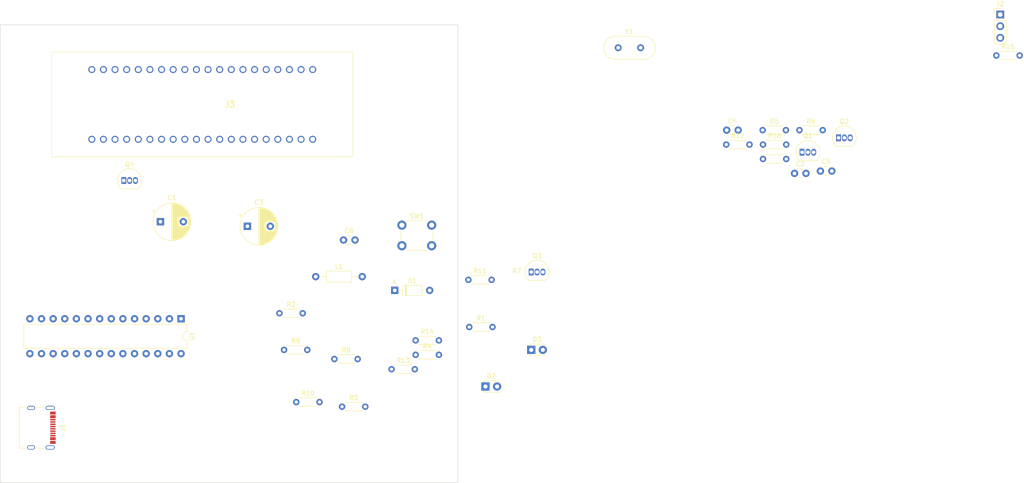
<source format=kicad_pcb>
(kicad_pcb (version 20211014) (generator pcbnew)
  (layers (0 "F.Cu" signal) (31 "B.Cu" signal) (34 "B.Paste" user) (35 "F.Paste" user) (36 "B.SilkS" user "B.Silkscreen") (37 "F.SilkS" user "F.Silkscreen") (38 "B.Mask" user) (39 "F.Mask" user) (44 "Edge.Cuts" user))
  (net 0 "")
  (net 1 "/D12_O")
  (net 2 "GND")
  (net 3 "VCC")
  (net 4 "Net-(C4-Pad2)")
  (net 5 "Net-(C5-Pad2)")
  (net 6 "Net-(C6-Pad2)")
  (net 7 "Net-(D1-Pad2)")
  (net 8 "Net-(D2-Pad2)")
  (net 9 "Net-(D3-Pad2)")
  (net 11 "/D+")
  (net 12 "/D-")
  (net 16 "/8{slash}18")
  (net 17 "MCLR")
  (net 18 "/28{slash}40")
  (net 30 "/D4")
  (net 31 "/D5")
  (net 37 "Net-(Q1-Pad2)")
  (net 38 "Net-(Q2-Pad2)")
  (net 39 "Net-(Q2-Pad3)")
  (net 40 "Net-(Q3-Pad2)")
  (net 41 "Net-(Q3-Pad3)")
  (net 42 "Net-(Q4-Pad2)")
  (net 43 "/D7")
  (net 44 "/D12")
  (net 45 "/D23")
  (net 46 "/D2")
  (net 47 "Net-(R9-Pad2)")
  (net 48 "Net-(R10-Pad2)")
  (net 49 "Net-(R11-Pad2)")
  (net 50 "Net-(R12-Pad2)")
  (net 51 "Net-(R13-Pad1)")
  (net 52 "Net-(R14-Pad1)")
  (net 53 "Net-(R15-Pad1)")
  (net 54 "Net-(R16-Pad1)")
  (footprint "ZIF Scoket:2401288000602J" (layer "F.Cu") (at 81 49)
    (fp_text reference "J3" (at 30.18 -7.62) (layer "F.SilkS") (effects (font (size 1.27 1.27) (thickness 0.254))))
    (fp_text value "ZIF" hide)
    (pad "1" thru_hole circle locked (at 0 0) (size 1.53 1.53) (drill 1.02) (layers *.Cu *.Mask) (net 18 "/28{slash}40"))
    (pad "2" thru_hole circle locked (at 0 -15.24) (size 1.53 1.53) (drill 1.02) (layers *.Cu *.Mask))
    (pad "3" thru_hole circle locked (at 2.54 0) (size 1.53 1.53) (drill 1.02) (layers *.Cu *.Mask))
    (pad "4" thru_hole circle locked (at 2.54 -15.24) (size 1.53 1.53) (drill 1.02) (layers *.Cu *.Mask))
    (pad "5" thru_hole circle locked (at 5.08 0) (size 1.53 1.53) (drill 1.02) (layers *.Cu *.Mask))
    (pad "6" thru_hole circle locked (at 5.08 -15.24) (size 1.53 1.53) (drill 1.02) (layers *.Cu *.Mask))
    (pad "7" thru_hole circle locked (at 7.62 0) (size 1.53 1.53) (drill 1.02) (layers *.Cu *.Mask))
    (pad "8" thru_hole circle locked (at 7.62 -15.24) (size 1.53 1.53) (drill 1.02) (layers *.Cu *.Mask) (net 2 "GND"))
    (pad "9" thru_hole circle locked (at 10.16 0) (size 1.53 1.53) (drill 1.02) (layers *.Cu *.Mask) (net 2 "GND"))
    (pad "10" thru_hole circle locked (at 10.16 -15.24) (size 1.53 1.53) (drill 1.02) (layers *.Cu *.Mask))
    (pad "11" thru_hole circle locked (at 12.7 0) (size 1.53 1.53) (drill 1.02) (layers *.Cu *.Mask) (net 3 "VCC"))
    (pad "12" thru_hole circle locked (at 12.7 -15.24) (size 1.53 1.53) (drill 1.02) (layers *.Cu *.Mask))
    (pad "13" thru_hole circle locked (at 15.24 0) (size 1.53 1.53) (drill 1.02) (layers *.Cu *.Mask))
    (pad "14" thru_hole circle locked (at 15.24 -15.24) (size 1.53 1.53) (drill 1.02) (layers *.Cu *.Mask) (net 16 "/8{slash}18"))
    (pad "15" thru_hole circle locked (at 17.78 0) (size 1.53 1.53) (drill 1.02) (layers *.Cu *.Mask) (net 2 "GND"))
    (pad "16" thru_hole circle locked (at 17.78 -15.24) (size 1.53 1.53) (drill 1.02) (layers *.Cu *.Mask) (net 2 "GND"))
    (pad "17" thru_hole circle locked (at 20.32 0) (size 1.53 1.53) (drill 1.02) (layers *.Cu *.Mask) (net 2 "GND"))
    (pad "18" thru_hole circle locked (at 20.32 -15.24) (size 1.53 1.53) (drill 1.02) (layers *.Cu *.Mask) (net 2 "GND"))
    (pad "19" thru_hole circle locked (at 22.86 0) (size 1.53 1.53) (drill 1.02) (layers *.Cu *.Mask) (net 2 "GND"))
    (pad "20" thru_hole circle locked (at 22.86 -15.24) (size 1.53 1.53) (drill 1.02) (layers *.Cu *.Mask))
    (pad "21" thru_hole circle locked (at 25.4 0) (size 1.53 1.53) (drill 1.02) (layers *.Cu *.Mask))
    (pad "22" thru_hole circle locked (at 25.4 -15.24) (size 1.53 1.53) (drill 1.02) (layers *.Cu *.Mask) (net 2 "GND"))
    (pad "23" thru_hole circle locked (at 27.94 0) (size 1.53 1.53) (drill 1.02) (layers *.Cu *.Mask) (net 30 "/D4"))
    (pad "24" thru_hole circle locked (at 27.94 -15.24) (size 1.53 1.53) (drill 1.02) (layers *.Cu *.Mask) (net 31 "/D5"))
    (pad "25" thru_hole circle locked (at 30.48 0) (size 1.53 1.53) (drill 1.02) (layers *.Cu *.Mask) (net 30 "/D4"))
    (pad "26" thru_hole circle locked (at 30.48 -15.24) (size 1.53 1.53) (drill 1.02) (layers *.Cu *.Mask) (net 3 "VCC"))
    (pad "27" thru_hole circle locked (at 33.02 0) (size 1.53 1.53) (drill 1.02) (layers *.Cu *.Mask))
    (pad "28" thru_hole circle locked (at 33.02 -15.24) (size 1.53 1.53) (drill 1.02) (layers *.Cu *.Mask) (net 31 "/D5"))
    (pad "29" thru_hole circle locked (at 35.56 0) (size 1.53 1.53) (drill 1.02) (layers *.Cu *.Mask) (net 30 "/D4"))
    (pad "30" thru_hole circle locked (at 35.56 -15.24) (size 1.53 1.53) (drill 1.02) (layers *.Cu *.Mask) (net 2 "GND"))
    (pad "31" thru_hole circle locked (at 38.1 0) (size 1.53 1.53) (drill 1.02) (layers *.Cu *.Mask) (net 2 "GND"))
    (pad "32" thru_hole circle locked (at 38.1 -15.24) (size 1.53 1.53) (drill 1.02) (layers *.Cu *.Mask) (net 3 "VCC"))
    (pad "33" thru_hole circle locked (at 40.64 0) (size 1.53 1.53) (drill 1.02) (layers *.Cu *.Mask))
    (pad "34" thru_hole circle locked (at 40.64 -15.24) (size 1.53 1.53) (drill 1.02) (layers *.Cu *.Mask))
    (pad "35" thru_hole circle locked (at 43.18 0) (size 1.53 1.53) (drill 1.02) (layers *.Cu *.Mask))
    (pad "36" thru_hole circle locked (at 43.18 -15.24) (size 1.53 1.53) (drill 1.02) (layers *.Cu *.Mask) (net 2 "GND"))
    (pad "37" thru_hole circle locked (at 45.72 0) (size 1.53 1.53) (drill 1.02) (layers *.Cu *.Mask))
    (pad "38" thru_hole circle locked (at 45.72 -15.24) (size 1.53 1.53) (drill 1.02) (layers *.Cu *.Mask) (net 2 "GND"))
    (pad "39" thru_hole circle locked (at 48.26 0) (size 1.53 1.53) (drill 1.02) (layers *.Cu *.Mask) (net 31 "/D5"))
    (pad "40" thru_hole circle locked (at 48.26 -15.24) (size 1.53 1.53) (drill 1.02) (layers *.Cu *.Mask) (net 30 "/D4"))
  )
  (footprint "Resistor_THT:R_Axial_DIN0204_L3.6mm_D1.6mm_P5.08mm_Horizontal" (layer "F.Cu") (at 125.669698 106.405)
    (fp_text reference "R10" (at 2.54 -1.92) (layer "F.SilkS"))
    (fp_text value "100")
    (pad "1" thru_hole circle (at 0 0) (size 1.4 1.4) (drill 0.7) (layers *.Cu *.Mask) (net 30 "/D4"))
    (pad "2" thru_hole oval (at 5.08 0) (size 1.4 1.4) (drill 0.7) (layers *.Cu *.Mask) (net 48 "Net-(R10-Pad2)"))
  )
  (footprint "Button_Switch_THT:SW_PUSH_6mm_H7.3mm" (layer "F.Cu") (at 148.75 67.75)
    (fp_text reference "SW1" (at 3.25 -2) (layer "F.SilkS"))
    (fp_text value "SW_Push")
    (pad "1" thru_hole circle (at 6.5 0 90) (size 2 2) (drill 1.1) (layers *.Cu *.Mask) (net 2 "GND"))
    (pad "1" thru_hole circle (at 0 0 90) (size 2 2) (drill 1.1) (layers *.Cu *.Mask) (net 2 "GND"))
    (pad "2" thru_hole circle (at 0 4.5 90) (size 2 2) (drill 1.1) (layers *.Cu *.Mask) (net 49 "Net-(R11-Pad2)"))
    (pad "2" thru_hole circle (at 6.5 4.5 90) (size 2 2) (drill 1.1) (layers *.Cu *.Mask) (net 49 "Net-(R11-Pad2)"))
  )
  (footprint "Resistor_THT:R_Axial_DIN0204_L3.6mm_D1.6mm_P5.08mm_Horizontal" (layer "F.Cu") (at 122 87)
    (fp_text reference "R2" (at 2.54 -1.92) (layer "F.SilkS"))
    (fp_text value "1K")
    (pad "1" thru_hole circle (at 0 0) (size 1.4 1.4) (drill 0.7) (layers *.Cu *.Mask) (net 44 "/D12"))
    (pad "2" thru_hole oval (at 5.08 0) (size 1.4 1.4) (drill 0.7) (layers *.Cu *.Mask) (net 37 "Net-(Q1-Pad2)"))
  )
  (footprint "Capacitor_THT:C_Disc_D3.0mm_W1.6mm_P2.50mm" (layer "F.Cu") (at 240.170302 55.935)
    (fp_text reference "C5" (at 1.25 -2.05) (layer "F.SilkS"))
    (fp_text value "22p")
    (pad "1" thru_hole circle (at 0 0) (size 1.6 1.6) (drill 0.8) (layers *.Cu *.Mask) (net 2 "GND"))
    (pad "2" thru_hole circle (at 2.5 0) (size 1.6 1.6) (drill 0.8) (layers *.Cu *.Mask) (net 5 "Net-(C5-Pad2)"))
  )
  (footprint "Capacitor_THT:C_Disc_D3.0mm_W1.6mm_P2.50mm" (layer "F.Cu") (at 219.700302 46.995)
    (fp_text reference "C4" (at 1.25 -2.05) (layer "F.SilkS"))
    (fp_text value "22p")
    (pad "1" thru_hole circle (at 0 0) (size 1.6 1.6) (drill 0.8) (layers *.Cu *.Mask) (net 2 "GND"))
    (pad "2" thru_hole circle (at 2.5 0) (size 1.6 1.6) (drill 0.8) (layers *.Cu *.Mask) (net 4 "Net-(C4-Pad2)"))
  )
  (footprint "Resistor_THT:R_Axial_DIN0204_L3.6mm_D1.6mm_P5.08mm_Horizontal" (layer "F.Cu") (at 163.27 79.7)
    (fp_text reference "R11" (at 2.54 -1.92) (layer "F.SilkS"))
    (fp_text value "4.7K")
    (pad "1" thru_hole circle (at 0 0) (size 1.4 1.4) (drill 0.7) (layers *.Cu *.Mask) (net 3 "VCC"))
    (pad "2" thru_hole oval (at 5.08 0) (size 1.4 1.4) (drill 0.7) (layers *.Cu *.Mask) (net 49 "Net-(R11-Pad2)"))
  )
  (footprint "Package_TO_SOT_THT:TO-92_Inline" (layer "F.Cu") (at 236.170302 51.825)
    (fp_text reference "Q1" (at 1.27 -3.56) (layer "F.SilkS"))
    (fp_text value "2N3904")
    (pad "1" thru_hole rect (at 0 0) (size 1.05 1.5) (drill 0.75) (layers *.Cu *.Mask) (net 2 "GND"))
    (pad "2" thru_hole oval (at 1.27 0) (size 1.05 1.5) (drill 0.75) (layers *.Cu *.Mask) (net 37 "Net-(Q1-Pad2)"))
    (pad "3" thru_hole oval (at 2.54 0) (size 1.05 1.5) (drill 0.75) (layers *.Cu *.Mask) (net 7 "Net-(D1-Pad2)"))
  )
  (footprint "Resistor_THT:R_Axial_DIN0204_L3.6mm_D1.6mm_P5.08mm_Horizontal" (layer "F.Cu") (at 227.560302 46.995)
    (fp_text reference "R5" (at 2.54 -1.92) (layer "F.SilkS"))
    (fp_text value "100")
    (pad "1" thru_hole circle (at 0 0) (size 1.4 1.4) (drill 0.7) (layers *.Cu *.Mask) (net 41 "Net-(Q3-Pad3)"))
    (pad "2" thru_hole oval (at 5.08 0) (size 1.4 1.4) (drill 0.7) (layers *.Cu *.Mask) (net 17 "MCLR"))
  )
  (footprint "LED_THT:LED_D1.8mm_W3.3mm_H2.4mm" (layer "F.Cu") (at 177 95)
    (fp_text reference "D3" (at 1.27 -2.26) (layer "F.SilkS"))
    (fp_text value "LED_rojo")
    (pad "1" thru_hole rect (at 0 0) (size 1.8 1.8) (drill 0.9) (layers *.Cu *.Mask) (net 2 "GND"))
    (pad "2" thru_hole circle (at 2.54 0) (size 1.8 1.8) (drill 0.9) (layers *.Cu *.Mask) (net 9 "Net-(D3-Pad2)"))
  )
  (footprint "Resistor_THT:R_Axial_DIN0204_L3.6mm_D1.6mm_P5.08mm_Horizontal" (layer "F.Cu") (at 235.590302 46.995)
    (fp_text reference "R6" (at 2.54 -1.92) (layer "F.SilkS"))
    (fp_text value "100K")
    (pad "1" thru_hole circle (at 0 0) (size 1.4 1.4) (drill 0.7) (layers *.Cu *.Mask) (net 1 "/D12_O"))
    (pad "2" thru_hole oval (at 5.08 0) (size 1.4 1.4) (drill 0.7) (layers *.Cu *.Mask) (net 42 "Net-(Q4-Pad2)"))
  )
  (footprint "Resistor_THT:R_Axial_DIN0204_L3.6mm_D1.6mm_P5.08mm_Horizontal" (layer "F.Cu") (at 278.610302 30.695)
    (fp_text reference "R15" (at 2.54 -1.92) (layer "F.SilkS"))
    (fp_text value "470")
    (pad "1" thru_hole circle (at 0 0) (size 1.4 1.4) (drill 0.7) (layers *.Cu *.Mask) (net 53 "Net-(R15-Pad1)"))
    (pad "2" thru_hole oval (at 5.08 0) (size 1.4 1.4) (drill 0.7) (layers *.Cu *.Mask) (net 8 "Net-(D2-Pad2)"))
  )
  (footprint "Package_TO_SOT_THT:TO-92_Inline" (layer "F.Cu") (at 244.130302 48.675)
    (fp_text reference "Q2" (at 1.27 -3.56) (layer "F.SilkS"))
    (fp_text value "2N3904")
    (pad "1" thru_hole rect (at 0 0) (size 1.05 1.5) (drill 0.75) (layers *.Cu *.Mask) (net 2 "GND"))
    (pad "2" thru_hole oval (at 1.27 0) (size 1.05 1.5) (drill 0.75) (layers *.Cu *.Mask) (net 38 "Net-(Q2-Pad2)"))
    (pad "3" thru_hole oval (at 2.54 0) (size 1.05 1.5) (drill 0.75) (layers *.Cu *.Mask) (net 39 "Net-(Q2-Pad3)"))
  )
  (footprint "Package_TO_SOT_THT:TO-92_Inline" (layer "F.Cu") (at 177 78)
    (fp_text reference "Q3" (at 1.27 -3.56) (layer "F.SilkS"))
    (fp_text value "2N3904")
    (pad "1" thru_hole rect (at 0 0) (size 1.05 1.5) (drill 0.75) (layers *.Cu *.Mask) (net 2 "GND"))
    (pad "2" thru_hole oval (at 1.27 0) (size 1.05 1.5) (drill 0.75) (layers *.Cu *.Mask) (net 40 "Net-(Q3-Pad2)"))
    (pad "3" thru_hole oval (at 2.54 0) (size 1.05 1.5) (drill 0.75) (layers *.Cu *.Mask) (net 41 "Net-(Q3-Pad3)"))
  )
  (footprint "Package_TO_SOT_THT:TO-92_Inline" (layer "F.Cu") (at 88 58)
    (fp_text reference "Q4" (at 1.27 -3.56) (layer "F.SilkS"))
    (fp_text value "2N3906")
    (pad "1" thru_hole rect (at 0 0) (size 1.05 1.5) (drill 0.75) (layers *.Cu *.Mask) (net 1 "/D12_O"))
    (pad "2" thru_hole oval (at 1.27 0) (size 1.05 1.5) (drill 0.75) (layers *.Cu *.Mask) (net 42 "Net-(Q4-Pad2)"))
    (pad "3" thru_hole oval (at 2.54 0) (size 1.05 1.5) (drill 0.75) (layers *.Cu *.Mask) (net 17 "MCLR"))
  )
  (footprint "LED_THT:LED_D1.8mm_W3.3mm_H2.4mm" (layer "F.Cu") (at 167 103)
    (fp_text reference "D2" (at 1.27 -2.26) (layer "F.SilkS"))
    (fp_text value "LED_verde")
    (pad "1" thru_hole rect (at 0 0) (size 1.8 1.8) (drill 0.9) (layers *.Cu *.Mask) (net 2 "GND"))
    (pad "2" thru_hole circle (at 2.54 0) (size 1.8 1.8) (drill 0.9) (layers *.Cu *.Mask) (net 8 "Net-(D2-Pad2)"))
  )
  (footprint "Resistor_THT:R_Axial_DIN0204_L3.6mm_D1.6mm_P5.08mm_Horizontal" (layer "F.Cu") (at 219.600302 50.145)
    (fp_text reference "R12" (at 2.54 -1.92) (layer "F.SilkS"))
    (fp_text value "4.7K")
    (pad "1" thru_hole circle (at 0 0) (size 1.4 1.4) (drill 0.7) (layers *.Cu *.Mask) (net 3 "VCC"))
    (pad "2" thru_hole oval (at 5.08 0) (size 1.4 1.4) (drill 0.7) (layers *.Cu *.Mask) (net 50 "Net-(R12-Pad2)"))
  )
  (footprint "Resistor_THT:R_Axial_DIN0204_L3.6mm_D1.6mm_P5.08mm_Horizontal" (layer "F.Cu") (at 134 97)
    (fp_text reference "R8" (at 2.54 -1.92) (layer "F.SilkS"))
    (fp_text value "2.7K")
    (pad "1" thru_hole circle (at 0 0) (size 1.4 1.4) (drill 0.7) (layers *.Cu *.Mask) (net 46 "/D2"))
    (pad "2" thru_hole oval (at 5.08 0) (size 1.4 1.4) (drill 0.7) (layers *.Cu *.Mask) (net 2 "GND"))
  )
  (footprint "Capacitor_THT:CP_Radial_D8.0mm_P5.00mm" (layer "F.Cu") (at 96 67)
    (fp_text reference "C1" (at 2.5 -5.25) (layer "F.SilkS"))
    (fp_text value "100uF")
    (pad "1" thru_hole rect (at 0 0) (size 1.6 1.6) (drill 0.8) (layers *.Cu *.Mask) (net 1 "/D12_O"))
    (pad "2" thru_hole circle (at 5 0) (size 1.6 1.6) (drill 0.8) (layers *.Cu *.Mask) (net 2 "GND"))
  )
  (footprint "Resistor_THT:R_Axial_DIN0204_L3.6mm_D1.6mm_P5.08mm_Horizontal" (layer "F.Cu") (at 135.669698 107.405)
    (fp_text reference "R3" (at 2.54 -1.92) (layer "F.SilkS"))
    (fp_text value "10K")
    (pad "1" thru_hole circle (at 0 0) (size 1.4 1.4) (drill 0.7) (layers *.Cu *.Mask) (net 45 "/D23"))
    (pad "2" thru_hole oval (at 5.08 0) (size 1.4 1.4) (drill 0.7) (layers *.Cu *.Mask) (net 38 "Net-(Q2-Pad2)"))
  )
  (footprint "Crystal:Crystal_HC18-U_Vertical" (layer "F.Cu") (at 196 29)
    (fp_text reference "Y1" (at 2.45 -3.525) (layer "F.SilkS"))
    (fp_text value "20MHz")
    (pad "1" thru_hole circle (at 0 0) (size 1.5 1.5) (drill 0.8) (layers *.Cu *.Mask) (net 4 "Net-(C4-Pad2)"))
    (pad "2" thru_hole circle (at 4.9 0) (size 1.5 1.5) (drill 0.8) (layers *.Cu *.Mask) (net 5 "Net-(C5-Pad2)"))
  )
  (footprint "Inductor_THT:L_Axial_L5.3mm_D2.2mm_P10.16mm_Horizontal_Vishay_IM-1" (layer "F.Cu") (at 129.92 79)
    (fp_text reference "L1" (at 5.08 -2.22) (layer "F.SilkS"))
    (fp_text value "680uH")
    (pad "1" thru_hole circle (at 0 0) (size 1.6 1.6) (drill 0.8) (layers *.Cu *.Mask) (net 3 "VCC"))
    (pad "2" thru_hole oval (at 10.16 0) (size 1.6 1.6) (drill 0.8) (layers *.Cu *.Mask) (net 7 "Net-(D1-Pad2)"))
  )
  (footprint "Resistor_THT:R_Axial_DIN0204_L3.6mm_D1.6mm_P5.08mm_Horizontal" (layer "F.Cu") (at 123 95)
    (fp_text reference "R9" (at 2.54 -1.92) (layer "F.SilkS"))
    (fp_text value "100")
    (pad "1" thru_hole circle (at 0 0) (size 1.4 1.4) (drill 0.7) (layers *.Cu *.Mask) (net 31 "/D5"))
    (pad "2" thru_hole oval (at 5.08 0) (size 1.4 1.4) (drill 0.7) (layers *.Cu *.Mask) (net 47 "Net-(R9-Pad2)"))
  )
  (footprint "Package_DIP:DIP-28_W7.62mm" (layer "F.Cu") (at 100.5 88.2 -90)
    (fp_text reference "U1" (at 3.81 -2.33 90) (layer "F.SilkS"))
    (fp_text value "PIC18F2550-ISP")
    (pad "1" thru_hole rect (at 0 0 270) (size 1.6 1.6) (drill 0.8) (layers *.Cu *.Mask))
    (pad "2" thru_hole oval (at 0 2.54 270) (size 1.6 1.6) (drill 0.8) (layers *.Cu *.Mask) (net 46 "/D2"))
    (pad "3" thru_hole oval (at 0 5.08 270) (size 1.6 1.6) (drill 0.8) (layers *.Cu *.Mask) (net 50 "Net-(R12-Pad2)"))
    (pad "4" thru_hole oval (at 0 7.62 270) (size 1.6 1.6) (drill 0.8) (layers *.Cu *.Mask) (net 48 "Net-(R10-Pad2)"))
    (pad "5" thru_hole oval (at 0 10.16 270) (size 1.6 1.6) (drill 0.8) (layers *.Cu *.Mask) (net 47 "Net-(R9-Pad2)"))
    (pad "6" thru_hole oval (at 0 12.7 270) (size 1.6 1.6) (drill 0.8) (layers *.Cu *.Mask))
    (pad "7" thru_hole oval (at 0 15.24 270) (size 1.6 1.6) (drill 0.8) (layers *.Cu *.Mask) (net 43 "/D7"))
    (pad "8" thru_hole oval (at 0 17.78 270) (size 1.6 1.6) (drill 0.8) (layers *.Cu *.Mask) (net 2 "GND"))
    (pad "9" thru_hole oval (at 0 20.32 270) (size 1.6 1.6) (drill 0.8) (layers *.Cu *.Mask) (net 4 "Net-(C4-Pad2)"))
    (pad "10" thru_hole oval (at 0 22.86 270) (size 1.6 1.6) (drill 0.8) (layers *.Cu *.Mask) (net 5 "Net-(C5-Pad2)"))
    (pad "11" thru_hole oval (at 0 25.4 270) (size 1.6 1.6) (drill 0.8) (layers *.Cu *.Mask) (net 53 "Net-(R15-Pad1)"))
    (pad "12" thru_hole oval (at 0 27.94 270) (size 1.6 1.6) (drill 0.8) (layers *.Cu *.Mask) (net 44 "/D12"))
    (pad "13" thru_hole oval (at 0 30.48 270) (size 1.6 1.6) (drill 0.8) (layers *.Cu *.Mask))
    (pad "14" thru_hole oval (at 0 33.02 270) (size 1.6 1.6) (drill 0.8) (layers *.Cu *.Mask) (net 6 "Net-(C6-Pad2)"))
    (pad "15" thru_hole oval (at 7.62 33.02 270) (size 1.6 1.6) (drill 0.8) (layers *.Cu *.Mask) (net 51 "Net-(R13-Pad1)"))
    (pad "16" thru_hole oval (at 7.62 30.48 270) (size 1.6 1.6) (drill 0.8) (layers *.Cu *.Mask) (net 52 "Net-(R14-Pad1)"))
    (pad "17" thru_hole oval (at 7.62 27.94 270) (size 1.6 1.6) (drill 0.8) (layers *.Cu *.Mask) (net 54 "Net-(R16-Pad1)"))
    (pad "18" thru_hole oval (at 7.62 25.4 270) (size 1.6 1.6) (drill 0.8) (layers *.Cu *.Mask))
    (pad "19" thru_hole oval (at 7.62 22.86 270) (size 1.6 1.6) (drill 0.8) (layers *.Cu *.Mask) (net 2 "GND"))
    (pad "20" thru_hole oval (at 7.62 20.32 270) (size 1.6 1.6) (drill 0.8) (layers *.Cu *.Mask) (net 3 "VCC"))
    (pad "21" thru_hole oval (at 7.62 17.78 270) (size 1.6 1.6) (drill 0.8) (layers *.Cu *.Mask))
    (pad "22" thru_hole oval (at 7.62 15.24 270) (size 1.6 1.6) (drill 0.8) (layers *.Cu *.Mask))
    (pad "23" thru_hole oval (at 7.62 12.7 270) (size 1.6 1.6) (drill 0.8) (layers *.Cu *.Mask) (net 45 "/D23"))
    (pad "24" thru_hole oval (at 7.62 10.16 270) (size 1.6 1.6) (drill 0.8) (layers *.Cu *.Mask))
    (pad "25" thru_hole oval (at 7.62 7.62 270) (size 1.6 1.6) (drill 0.8) (layers *.Cu *.Mask))
    (pad "26" thru_hole oval (at 7.62 5.08 270) (size 1.6 1.6) (drill 0.8) (layers *.Cu *.Mask) (net 49 "Net-(R11-Pad2)"))
    (pad "27" thru_hole oval (at 7.62 2.54 270) (size 1.6 1.6) (drill 0.8) (layers *.Cu *.Mask))
    (pad "28" thru_hole oval (at 7.62 0 270) (size 1.6 1.6) (drill 0.8) (layers *.Cu *.Mask))
  )
  (footprint "Resistor_THT:R_Axial_DIN0204_L3.6mm_D1.6mm_P5.08mm_Horizontal" (layer "F.Cu") (at 163.46 90)
    (fp_text reference "R1" (at 2.54 -1.92) (layer "F.SilkS"))
    (fp_text value "10K")
    (pad "1" thru_hole circle (at 0 0) (size 1.4 1.4) (drill 0.7) (layers *.Cu *.Mask) (net 43 "/D7"))
    (pad "2" thru_hole oval (at 5.08 0) (size 1.4 1.4) (drill 0.7) (layers *.Cu *.Mask) (net 40 "Net-(Q3-Pad2)"))
  )
  (footprint "Capacitor_THT:CP_Radial_D8.0mm_P5.00mm" (layer "F.Cu") (at 115 68)
    (fp_text reference "C3" (at 2.5 -5.25) (layer "F.SilkS"))
    (fp_text value "100uF")
    (pad "1" thru_hole rect (at 0 0) (size 1.6 1.6) (drill 0.8) (layers *.Cu *.Mask) (net 3 "VCC"))
    (pad "2" thru_hole circle (at 5 0) (size 1.6 1.6) (drill 0.8) (layers *.Cu *.Mask) (net 2 "GND"))
  )
  (footprint "Resistor_THT:R_Axial_DIN0204_L3.6mm_D1.6mm_P5.08mm_Horizontal" (layer "F.Cu") (at 227.630302 53.295)
    (fp_text reference "R7" (at -53.790302 24.485) (layer "F.SilkS"))
    (fp_text value "4.7K")
    (pad "1" thru_hole circle (at 0 0) (size 1.4 1.4) (drill 0.7) (layers *.Cu *.Mask) (net 1 "/D12_O"))
    (pad "2" thru_hole oval (at 5.08 0) (size 1.4 1.4) (drill 0.7) (layers *.Cu *.Mask) (net 46 "/D2"))
  )
  (footprint "Resistor_THT:R_Axial_DIN0204_L3.6mm_D1.6mm_P5.08mm_Horizontal" (layer "F.Cu") (at 151.75 92.93)
    (fp_text reference "R14" (at 2.54 -1.92) (layer "F.SilkS"))
    (fp_text value "22")
    (pad "1" thru_hole circle (at 0 0) (size 1.4 1.4) (drill 0.7) (layers *.Cu *.Mask) (net 52 "Net-(R14-Pad1)"))
    (pad "2" thru_hole oval (at 5.08 0) (size 1.4 1.4) (drill 0.7) (layers *.Cu *.Mask) (net 11 "/D+"))
  )
  (footprint "Capacitor_THT:C_Disc_D3.0mm_W1.6mm_P2.50mm" (layer "F.Cu") (at 136 71)
    (fp_text reference "C6" (at 1.25 -2.05) (layer "F.SilkS"))
    (fp_text value "471n")
    (pad "1" thru_hole circle (at 0 0) (size 1.6 1.6) (drill 0.8) (layers *.Cu *.Mask) (net 2 "GND"))
    (pad "2" thru_hole circle (at 2.5 0) (size 1.6 1.6) (drill 0.8) (layers *.Cu *.Mask) (net 6 "Net-(C6-Pad2)"))
  )
  (footprint "Connector_USB:USB_C_Receptacle_Palconn_UTC16-G" (layer "F.Cu") (at 70 112 -90)
    (fp_text reference "J1" (at 0 -4.58 90) (layer "F.SilkS"))
    (fp_text value "USB")
    (pad "" np_thru_hole circle (at -2.89 -1.45 90) (size 0.6 0.6) (drill 0.6) (layers *.Cu *.Mask))
    (pad "" np_thru_hole circle (at 2.89 -1.45 90) (size 0.6 0.6) (drill 0.6) (layers *.Cu *.Mask))
    (pad "A1" smd rect (at -3.2 -2.51 270) (size 0.6 1.16) (layers "F.Cu" "F.Paste" "F.Mask") (net 2 "GND"))
    (pad "A4" smd rect (at -2.4 -2.51 270) (size 0.6 1.16) (layers "F.Cu" "F.Paste" "F.Mask") (net 3 "VCC"))
    (pad "A5" smd rect (at -1.25 -2.51 90) (size 0.3 1.16) (layers "F.Cu" "F.Paste" "F.Mask"))
    (pad "A6" smd rect (at -0.25 -2.51 90) (size 0.3 1.16) (layers "F.Cu" "F.Paste" "F.Mask") (net 11 "/D+"))
    (pad "A7" smd rect (at 0.25 -2.51 90) (size 0.3 1.16) (layers "F.Cu" "F.Paste" "F.Mask") (net 12 "/D-"))
    (pad "A8" smd rect (at 1.25 -2.51 90) (size 0.3 1.16) (layers "F.Cu" "F.Paste" "F.Mask"))
    (pad "A9" smd rect (at 2.4 -2.51 270) (size 0.6 1.16) (layers "F.Cu" "F.Paste" "F.Mask") (net 3 "VCC"))
    (pad "A12" smd rect (at 3.2 -2.51 270) (size 0.6 1.16) (layers "F.Cu" "F.Paste" "F.Mask") (net 2 "GND"))
    (pad "B1" smd rect (at 3.2 -2.51 270) (size 0.6 1.16) (layers "F.Cu" "F.Paste" "F.Mask") (net 2 "GND"))
    (pad "B4" smd rect (at 2.4 -2.51 270) (size 0.6 1.16) (layers "F.Cu" "F.Paste" "F.Mask") (net 3 "VCC"))
    (pad "B5" smd rect (at 1.75 -2.51 90) (size 0.3 1.16) (layers "F.Cu" "F.Paste" "F.Mask"))
    (pad "B6" smd rect (at 0.75 -2.51 90) (size 0.3 1.16) (layers "F.Cu" "F.Paste" "F.Mask") (net 11 "/D+"))
    (pad "B7" smd rect (at -0.75 -2.51 90) (size 0.3 1.16) (layers "F.Cu" "F.Paste" "F.Mask") (net 12 "/D-"))
    (pad "B8" smd rect (at -1.75 -2.51 90) (size 0.3 1.16) (layers "F.Cu" "F.Paste" "F.Mask"))
    (pad "B9" smd rect (at -2.4 -2.51 270) (size 0.6 1.16) (layers "F.Cu" "F.Paste" "F.Mask") (net 3 "VCC"))
    (pad "B12" smd rect (at -3.2 -2.51 270) (size 0.6 1.16) (layers "F.Cu" "F.Paste" "F.Mask") (net 2 "GND"))
    (pad "S1" thru_hole oval (at 4.32 2.24) (size 1.7 0.9) (drill oval 1.4 0.6) (layers *.Cu *.Mask) (net 2 "GND"))
    (pad "S1" thru_hole oval (at 4.32 -1.93) (size 2 0.9) (drill oval 1.7 0.6) (layers *.Cu *.Mask) (net 2 "GND"))
    (pad "S1" thru_hole oval (at -4.32 -1.93) (size 2 0.9) (drill oval 1.7 0.6) (layers *.Cu *.Mask) (net 2 "GND"))
    (pad "S1" thru_hole oval (at -4.32 2.24) (size 1.7 0.9) (drill oval 1.4 0.6) (layers *.Cu *.Mask) (net 2 "GND"))
  )
  (footprint "Resistor_THT:R_Axial_DIN0204_L3.6mm_D1.6mm_P5.08mm_Horizontal" (layer "F.Cu") (at 151.75 96.08)
    (fp_text reference "R4" (at 2.54 -1.92) (layer "F.SilkS"))
    (fp_text value "10K")
    (pad "1" thru_hole circle (at 0 0) (size 1.4 1.4) (drill 0.7) (layers *.Cu *.Mask) (net 39 "Net-(Q2-Pad3)"))
    (pad "2" thru_hole oval (at 5.08 0) (size 1.4 1.4) (drill 0.7) (layers *.Cu *.Mask) (net 42 "Net-(Q4-Pad2)"))
  )
  (footprint "Resistor_THT:R_Axial_DIN0204_L3.6mm_D1.6mm_P5.08mm_Horizontal" (layer "F.Cu") (at 227.630302 50.145)
    (fp_text reference "R16" (at 2.54 -1.92) (layer "F.SilkS"))
    (fp_text value "470")
    (pad "1" thru_hole circle (at 0 0) (size 1.4 1.4) (drill 0.7) (layers *.Cu *.Mask) (net 54 "Net-(R16-Pad1)"))
    (pad "2" thru_hole oval (at 5.08 0) (size 1.4 1.4) (drill 0.7) (layers *.Cu *.Mask) (net 9 "Net-(D3-Pad2)"))
  )
  (footprint "Capacitor_THT:C_Disc_D3.0mm_W1.6mm_P2.50mm" (layer "F.Cu") (at 234.520302 56.445)
    (fp_text reference "C2" (at 1.25 -2.05) (layer "F.SilkS"))
    (fp_text value "100nF")
    (pad "1" thru_hole circle (at 0 0) (size 1.6 1.6) (drill 0.8) (layers *.Cu *.Mask) (net 2 "GND"))
    (pad "2" thru_hole circle (at 2.5 0) (size 1.6 1.6) (drill 0.8) (layers *.Cu *.Mask) (net 3 "VCC"))
  )
  (footprint "Connector_PinHeader_2.54mm:PinHeader_1x03_P2.54mm_Vertical" (layer "F.Cu") (at 279.460302 21.745)
    (fp_text reference "J2" (at 0 -2.33) (layer "F.SilkS"))
    (fp_text value "S_P")
    (pad "1" thru_hole rect (at 0 0) (size 1.7 1.7) (drill 1) (layers *.Cu *.Mask) (net 16 "/8{slash}18"))
    (pad "2" thru_hole oval (at 0 2.54) (size 1.7 1.7) (drill 1) (layers *.Cu *.Mask) (net 17 "MCLR"))
    (pad "3" thru_hole oval (at 0 5.08) (size 1.7 1.7) (drill 1) (layers *.Cu *.Mask) (net 18 "/28{slash}40"))
  )
  (footprint "Resistor_THT:R_Axial_DIN0204_L3.6mm_D1.6mm_P5.08mm_Horizontal" (layer "F.Cu") (at 146.49 99.23)
    (fp_text reference "R13" (at 2.54 -1.92) (layer "F.SilkS"))
    (fp_text value "22")
    (pad "1" thru_hole circle (at 0 0) (size 1.4 1.4) (drill 0.7) (layers *.Cu *.Mask) (net 51 "Net-(R13-Pad1)"))
    (pad "2" thru_hole oval (at 5.08 0) (size 1.4 1.4) (drill 0.7) (layers *.Cu *.Mask) (net 12 "/D-"))
  )
  (footprint "Diode_THT:D_DO-35_SOD27_P7.62mm_Horizontal" (layer "F.Cu") (at 147.19 82)
    (fp_text reference "D1" (at 3.81 -2.12) (layer "F.SilkS"))
    (fp_text value "1N4148")
    (fp_text user "K" (at 0 -1.8) (layer "F.SilkS"))
    (pad "1" thru_hole rect (at 0 0) (size 1.6 1.6) (drill 0.8) (layers *.Cu *.Mask) (net 1 "/D12_O"))
    (pad "2" thru_hole oval (at 7.62 0) (size 1.6 1.6) (drill 0.8) (layers *.Cu *.Mask) (net 7 "Net-(D1-Pad2)"))
  )
  (gr_rect (start 61 24) (end 161 124) (layer "Edge.Cuts") (width 0.1) (fill none))
)
</source>
